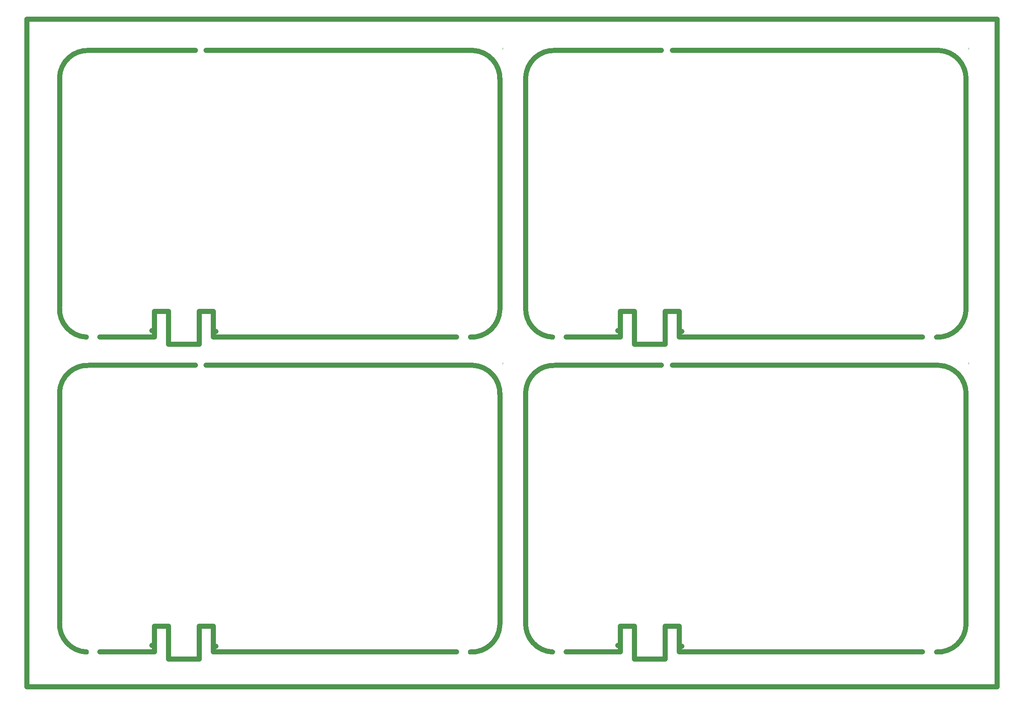
<source format=gbr>
G04 #@! TF.FileFunction,Profile,NP*
%FSLAX46Y46*%
G04 Gerber Fmt 4.6, Leading zero omitted, Abs format (unit mm)*
G04 Created by KiCad (PCBNEW (2015-01-16 BZR 5376)-product) date 12/06/2015 15:21:38*
%MOMM*%
G01*
G04 APERTURE LIST*
%ADD10C,0.100000*%
%ADD11C,1.000000*%
G04 APERTURE END LIST*
D10*
D11*
X235000000Y-30000000D02*
X42500000Y-30000000D01*
X235000000Y-162500000D02*
X235000000Y-30000000D01*
X42500000Y-162500000D02*
X235000000Y-162500000D01*
X42500000Y-30000000D02*
X42500000Y-162500000D01*
D10*
X135843000Y-104309000D02*
X135843000Y-150029000D01*
X136859000Y-98467000D02*
X136859000Y-98213000D01*
D11*
X136351000Y-104309000D02*
X136351000Y-150029000D01*
X136351000Y-104563000D02*
G75*
G03X131017000Y-98721000I-5588000J254000D01*
G01*
X54817000Y-98721000D02*
G75*
G03X48975000Y-104055000I-254000J-5588000D01*
G01*
X54944000Y-98721000D02*
X75899000Y-98721000D01*
X130763000Y-98721000D02*
X78058000Y-98721000D01*
X48975000Y-149775000D02*
G75*
G03X54309000Y-155617000I5588000J-254000D01*
G01*
X130509000Y-155617000D02*
G75*
G03X136351000Y-150283000I254000J5588000D01*
G01*
X67771000Y-155617000D02*
X67771000Y-150537000D01*
X67771000Y-150537000D02*
X70565000Y-150537000D01*
X70565000Y-156887000D02*
X70565000Y-157014000D01*
X76661000Y-157014000D02*
X76661000Y-150537000D01*
X76661000Y-150537000D02*
X79455000Y-150537000D01*
X79455000Y-150537000D02*
X79455000Y-155617000D01*
X67517000Y-154347000D02*
X67263000Y-154347000D01*
X70565000Y-157014000D02*
X76661000Y-157014000D01*
X70565000Y-150537000D02*
X70565000Y-156887000D01*
X79963000Y-154474000D02*
X79455000Y-154474000D01*
X79455000Y-155617000D02*
X127715000Y-155617000D01*
X48975000Y-104055000D02*
X48975000Y-149521000D01*
X67771000Y-155617000D02*
X56976000Y-155617000D01*
X160271000Y-155617000D02*
X149476000Y-155617000D01*
X141475000Y-104055000D02*
X141475000Y-149521000D01*
X171955000Y-155617000D02*
X220215000Y-155617000D01*
X172463000Y-154474000D02*
X171955000Y-154474000D01*
X163065000Y-150537000D02*
X163065000Y-156887000D01*
X163065000Y-157014000D02*
X169161000Y-157014000D01*
X160017000Y-154347000D02*
X159763000Y-154347000D01*
X171955000Y-150537000D02*
X171955000Y-155617000D01*
X169161000Y-150537000D02*
X171955000Y-150537000D01*
X169161000Y-157014000D02*
X169161000Y-150537000D01*
X163065000Y-156887000D02*
X163065000Y-157014000D01*
X160271000Y-150537000D02*
X163065000Y-150537000D01*
X160271000Y-155617000D02*
X160271000Y-150537000D01*
X223009000Y-155617000D02*
G75*
G03X228851000Y-150283000I254000J5588000D01*
G01*
X141475000Y-149775000D02*
G75*
G03X146809000Y-155617000I5588000J-254000D01*
G01*
X223263000Y-98721000D02*
X170558000Y-98721000D01*
X147444000Y-98721000D02*
X168399000Y-98721000D01*
X147317000Y-98721000D02*
G75*
G03X141475000Y-104055000I-254000J-5588000D01*
G01*
X228851000Y-104563000D02*
G75*
G03X223517000Y-98721000I-5588000J254000D01*
G01*
X228851000Y-104309000D02*
X228851000Y-150029000D01*
D10*
X229359000Y-98467000D02*
X229359000Y-98213000D01*
X228343000Y-104309000D02*
X228343000Y-150029000D01*
X228343000Y-41809000D02*
X228343000Y-87529000D01*
X229359000Y-35967000D02*
X229359000Y-35713000D01*
D11*
X228851000Y-41809000D02*
X228851000Y-87529000D01*
X228851000Y-42063000D02*
G75*
G03X223517000Y-36221000I-5588000J254000D01*
G01*
X147317000Y-36221000D02*
G75*
G03X141475000Y-41555000I-254000J-5588000D01*
G01*
X147444000Y-36221000D02*
X168399000Y-36221000D01*
X223263000Y-36221000D02*
X170558000Y-36221000D01*
X141475000Y-87275000D02*
G75*
G03X146809000Y-93117000I5588000J-254000D01*
G01*
X223009000Y-93117000D02*
G75*
G03X228851000Y-87783000I254000J5588000D01*
G01*
X160271000Y-93117000D02*
X160271000Y-88037000D01*
X160271000Y-88037000D02*
X163065000Y-88037000D01*
X163065000Y-94387000D02*
X163065000Y-94514000D01*
X169161000Y-94514000D02*
X169161000Y-88037000D01*
X169161000Y-88037000D02*
X171955000Y-88037000D01*
X171955000Y-88037000D02*
X171955000Y-93117000D01*
X160017000Y-91847000D02*
X159763000Y-91847000D01*
X163065000Y-94514000D02*
X169161000Y-94514000D01*
X163065000Y-88037000D02*
X163065000Y-94387000D01*
X172463000Y-91974000D02*
X171955000Y-91974000D01*
X171955000Y-93117000D02*
X220215000Y-93117000D01*
X141475000Y-41555000D02*
X141475000Y-87021000D01*
X160271000Y-93117000D02*
X149476000Y-93117000D01*
X67771000Y-93117000D02*
X56976000Y-93117000D01*
X48975000Y-41555000D02*
X48975000Y-87021000D01*
X79455000Y-93117000D02*
X127715000Y-93117000D01*
X79963000Y-91974000D02*
X79455000Y-91974000D01*
X70565000Y-88037000D02*
X70565000Y-94387000D01*
X70565000Y-94514000D02*
X76661000Y-94514000D01*
X67517000Y-91847000D02*
X67263000Y-91847000D01*
X79455000Y-88037000D02*
X79455000Y-93117000D01*
X76661000Y-88037000D02*
X79455000Y-88037000D01*
X76661000Y-94514000D02*
X76661000Y-88037000D01*
X70565000Y-94387000D02*
X70565000Y-94514000D01*
X67771000Y-88037000D02*
X70565000Y-88037000D01*
X67771000Y-93117000D02*
X67771000Y-88037000D01*
X130509000Y-93117000D02*
G75*
G03X136351000Y-87783000I254000J5588000D01*
G01*
X48975000Y-87275000D02*
G75*
G03X54309000Y-93117000I5588000J-254000D01*
G01*
X130763000Y-36221000D02*
X78058000Y-36221000D01*
X54944000Y-36221000D02*
X75899000Y-36221000D01*
X54817000Y-36221000D02*
G75*
G03X48975000Y-41555000I-254000J-5588000D01*
G01*
X136351000Y-42063000D02*
G75*
G03X131017000Y-36221000I-5588000J254000D01*
G01*
X136351000Y-41809000D02*
X136351000Y-87529000D01*
D10*
X136859000Y-35967000D02*
X136859000Y-35713000D01*
X135843000Y-41809000D02*
X135843000Y-87529000D01*
M02*

</source>
